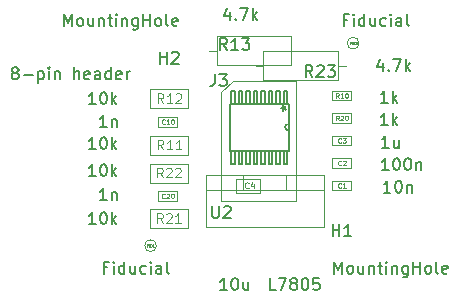
<source format=gbr>
G04 #@! TF.GenerationSoftware,KiCad,Pcbnew,(6.0.0-0)*
G04 #@! TF.CreationDate,2023-01-22T15:48:09+00:00*
G04 #@! TF.ProjectId,VR-Conditioner-MAX9926+reg,56522d43-6f6e-4646-9974-696f6e65722d,3.74*
G04 #@! TF.SameCoordinates,PX6a95280PY6f6d640*
G04 #@! TF.FileFunction,AssemblyDrawing,Top*
%FSLAX46Y46*%
G04 Gerber Fmt 4.6, Leading zero omitted, Abs format (unit mm)*
G04 Created by KiCad (PCBNEW (6.0.0-0)) date 2023-01-22 15:48:09*
%MOMM*%
%LPD*%
G01*
G04 APERTURE LIST*
%ADD10C,0.150000*%
%ADD11C,0.060000*%
%ADD12C,0.080000*%
%ADD13C,0.120000*%
%ADD14C,0.040000*%
%ADD15C,0.100000*%
%ADD16C,0.152400*%
G04 APERTURE END LIST*
D10*
G04 #@! TO.C,C1*
X24376142Y8564620D02*
X23804714Y8564620D01*
X24090428Y8564620D02*
X24090428Y9564620D01*
X23995190Y9421762D01*
X23899952Y9326524D01*
X23804714Y9278905D01*
X24995190Y9564620D02*
X25090428Y9564620D01*
X25185666Y9517000D01*
X25233285Y9469381D01*
X25280904Y9374143D01*
X25328523Y9183667D01*
X25328523Y8945572D01*
X25280904Y8755096D01*
X25233285Y8659858D01*
X25185666Y8612239D01*
X25090428Y8564620D01*
X24995190Y8564620D01*
X24899952Y8612239D01*
X24852333Y8659858D01*
X24804714Y8755096D01*
X24757095Y8945572D01*
X24757095Y9183667D01*
X24804714Y9374143D01*
X24852333Y9469381D01*
X24899952Y9517000D01*
X24995190Y9564620D01*
X25757095Y9231286D02*
X25757095Y8564620D01*
X25757095Y9136048D02*
X25804714Y9183667D01*
X25899952Y9231286D01*
X26042809Y9231286D01*
X26138047Y9183667D01*
X26185666Y9088429D01*
X26185666Y8564620D01*
D11*
X20189833Y9001143D02*
X20170785Y8982096D01*
X20113642Y8963048D01*
X20075547Y8963048D01*
X20018404Y8982096D01*
X19980309Y9020191D01*
X19961261Y9058286D01*
X19942214Y9134477D01*
X19942214Y9191620D01*
X19961261Y9267810D01*
X19980309Y9305905D01*
X20018404Y9344000D01*
X20075547Y9363048D01*
X20113642Y9363048D01*
X20170785Y9344000D01*
X20189833Y9324953D01*
X20570785Y8963048D02*
X20342214Y8963048D01*
X20456500Y8963048D02*
X20456500Y9363048D01*
X20418404Y9305905D01*
X20380309Y9267810D01*
X20342214Y9248762D01*
D10*
G04 #@! TO.C,C2*
X24217452Y10469620D02*
X23646023Y10469620D01*
X23931738Y10469620D02*
X23931738Y11469620D01*
X23836500Y11326762D01*
X23741261Y11231524D01*
X23646023Y11183905D01*
X24836500Y11469620D02*
X24931738Y11469620D01*
X25026976Y11422000D01*
X25074595Y11374381D01*
X25122214Y11279143D01*
X25169833Y11088667D01*
X25169833Y10850572D01*
X25122214Y10660096D01*
X25074595Y10564858D01*
X25026976Y10517239D01*
X24931738Y10469620D01*
X24836500Y10469620D01*
X24741261Y10517239D01*
X24693642Y10564858D01*
X24646023Y10660096D01*
X24598404Y10850572D01*
X24598404Y11088667D01*
X24646023Y11279143D01*
X24693642Y11374381D01*
X24741261Y11422000D01*
X24836500Y11469620D01*
X25788880Y11469620D02*
X25884119Y11469620D01*
X25979357Y11422000D01*
X26026976Y11374381D01*
X26074595Y11279143D01*
X26122214Y11088667D01*
X26122214Y10850572D01*
X26074595Y10660096D01*
X26026976Y10564858D01*
X25979357Y10517239D01*
X25884119Y10469620D01*
X25788880Y10469620D01*
X25693642Y10517239D01*
X25646023Y10564858D01*
X25598404Y10660096D01*
X25550785Y10850572D01*
X25550785Y11088667D01*
X25598404Y11279143D01*
X25646023Y11374381D01*
X25693642Y11422000D01*
X25788880Y11469620D01*
X26550785Y11136286D02*
X26550785Y10469620D01*
X26550785Y11041048D02*
X26598404Y11088667D01*
X26693642Y11136286D01*
X26836500Y11136286D01*
X26931738Y11088667D01*
X26979357Y10993429D01*
X26979357Y10469620D01*
D11*
X20189833Y10906143D02*
X20170785Y10887096D01*
X20113642Y10868048D01*
X20075547Y10868048D01*
X20018404Y10887096D01*
X19980309Y10925191D01*
X19961261Y10963286D01*
X19942214Y11039477D01*
X19942214Y11096620D01*
X19961261Y11172810D01*
X19980309Y11210905D01*
X20018404Y11249000D01*
X20075547Y11268048D01*
X20113642Y11268048D01*
X20170785Y11249000D01*
X20189833Y11229953D01*
X20342214Y11229953D02*
X20361261Y11249000D01*
X20399357Y11268048D01*
X20494595Y11268048D01*
X20532690Y11249000D01*
X20551738Y11229953D01*
X20570785Y11191858D01*
X20570785Y11153762D01*
X20551738Y11096620D01*
X20323166Y10868048D01*
X20570785Y10868048D01*
D10*
G04 #@! TO.C,C3*
X24217333Y12374620D02*
X23645904Y12374620D01*
X23931619Y12374620D02*
X23931619Y13374620D01*
X23836380Y13231762D01*
X23741142Y13136524D01*
X23645904Y13088905D01*
X25074476Y13041286D02*
X25074476Y12374620D01*
X24645904Y13041286D02*
X24645904Y12517477D01*
X24693523Y12422239D01*
X24788761Y12374620D01*
X24931619Y12374620D01*
X25026857Y12422239D01*
X25074476Y12469858D01*
D11*
X20189833Y12811143D02*
X20170785Y12792096D01*
X20113642Y12773048D01*
X20075547Y12773048D01*
X20018404Y12792096D01*
X19980309Y12830191D01*
X19961261Y12868286D01*
X19942214Y12944477D01*
X19942214Y13001620D01*
X19961261Y13077810D01*
X19980309Y13115905D01*
X20018404Y13154000D01*
X20075547Y13173048D01*
X20113642Y13173048D01*
X20170785Y13154000D01*
X20189833Y13134953D01*
X20323166Y13173048D02*
X20570785Y13173048D01*
X20437452Y13020667D01*
X20494595Y13020667D01*
X20532690Y13001620D01*
X20551738Y12982572D01*
X20570785Y12944477D01*
X20570785Y12849239D01*
X20551738Y12811143D01*
X20532690Y12792096D01*
X20494595Y12773048D01*
X20380309Y12773048D01*
X20342214Y12792096D01*
X20323166Y12811143D01*
D10*
G04 #@! TO.C,C4*
X10533142Y309620D02*
X9961714Y309620D01*
X10247428Y309620D02*
X10247428Y1309620D01*
X10152190Y1166762D01*
X10056952Y1071524D01*
X9961714Y1023905D01*
X11152190Y1309620D02*
X11247428Y1309620D01*
X11342666Y1262000D01*
X11390285Y1214381D01*
X11437904Y1119143D01*
X11485523Y928667D01*
X11485523Y690572D01*
X11437904Y500096D01*
X11390285Y404858D01*
X11342666Y357239D01*
X11247428Y309620D01*
X11152190Y309620D01*
X11056952Y357239D01*
X11009333Y404858D01*
X10961714Y500096D01*
X10914095Y690572D01*
X10914095Y928667D01*
X10961714Y1119143D01*
X11009333Y1214381D01*
X11056952Y1262000D01*
X11152190Y1309620D01*
X12342666Y976286D02*
X12342666Y309620D01*
X11914095Y976286D02*
X11914095Y452477D01*
X11961714Y357239D01*
X12056952Y309620D01*
X12199809Y309620D01*
X12295047Y357239D01*
X12342666Y404858D01*
D12*
X12362666Y8965429D02*
X12338857Y8941620D01*
X12267428Y8917810D01*
X12219809Y8917810D01*
X12148380Y8941620D01*
X12100761Y8989239D01*
X12076952Y9036858D01*
X12053142Y9132096D01*
X12053142Y9203524D01*
X12076952Y9298762D01*
X12100761Y9346381D01*
X12148380Y9394000D01*
X12219809Y9417810D01*
X12267428Y9417810D01*
X12338857Y9394000D01*
X12362666Y9370191D01*
X12791238Y9251143D02*
X12791238Y8917810D01*
X12672190Y9441620D02*
X12553142Y9084477D01*
X12862666Y9084477D01*
D10*
G04 #@! TO.C,C10*
X341333Y14089120D02*
X-230096Y14089120D01*
X55619Y14089120D02*
X55619Y15089120D01*
X-39620Y14946262D01*
X-134858Y14851024D01*
X-230096Y14803405D01*
X769904Y14755786D02*
X769904Y14089120D01*
X769904Y14660548D02*
X817523Y14708167D01*
X912761Y14755786D01*
X1055619Y14755786D01*
X1150857Y14708167D01*
X1198476Y14612929D01*
X1198476Y14089120D01*
D11*
X5267357Y14398643D02*
X5248309Y14379596D01*
X5191166Y14360548D01*
X5153071Y14360548D01*
X5095928Y14379596D01*
X5057833Y14417691D01*
X5038785Y14455786D01*
X5019738Y14531977D01*
X5019738Y14589120D01*
X5038785Y14665310D01*
X5057833Y14703405D01*
X5095928Y14741500D01*
X5153071Y14760548D01*
X5191166Y14760548D01*
X5248309Y14741500D01*
X5267357Y14722453D01*
X5648309Y14360548D02*
X5419738Y14360548D01*
X5534023Y14360548D02*
X5534023Y14760548D01*
X5495928Y14703405D01*
X5457833Y14665310D01*
X5419738Y14646262D01*
X5895928Y14760548D02*
X5934023Y14760548D01*
X5972119Y14741500D01*
X5991166Y14722453D01*
X6010214Y14684358D01*
X6029261Y14608167D01*
X6029261Y14512929D01*
X6010214Y14436739D01*
X5991166Y14398643D01*
X5972119Y14379596D01*
X5934023Y14360548D01*
X5895928Y14360548D01*
X5857833Y14379596D01*
X5838785Y14398643D01*
X5819738Y14436739D01*
X5800690Y14512929D01*
X5800690Y14608167D01*
X5819738Y14684358D01*
X5838785Y14722453D01*
X5857833Y14741500D01*
X5895928Y14760548D01*
D10*
G04 #@! TO.C,C20*
X341333Y7929620D02*
X-230096Y7929620D01*
X55619Y7929620D02*
X55619Y8929620D01*
X-39620Y8786762D01*
X-134858Y8691524D01*
X-230096Y8643905D01*
X769904Y8596286D02*
X769904Y7929620D01*
X769904Y8501048D02*
X817523Y8548667D01*
X912761Y8596286D01*
X1055619Y8596286D01*
X1150857Y8548667D01*
X1198476Y8453429D01*
X1198476Y7929620D01*
D11*
X5267357Y8112143D02*
X5248309Y8093096D01*
X5191166Y8074048D01*
X5153071Y8074048D01*
X5095928Y8093096D01*
X5057833Y8131191D01*
X5038785Y8169286D01*
X5019738Y8245477D01*
X5019738Y8302620D01*
X5038785Y8378810D01*
X5057833Y8416905D01*
X5095928Y8455000D01*
X5153071Y8474048D01*
X5191166Y8474048D01*
X5248309Y8455000D01*
X5267357Y8435953D01*
X5419738Y8435953D02*
X5438785Y8455000D01*
X5476880Y8474048D01*
X5572119Y8474048D01*
X5610214Y8455000D01*
X5629261Y8435953D01*
X5648309Y8397858D01*
X5648309Y8359762D01*
X5629261Y8302620D01*
X5400690Y8074048D01*
X5648309Y8074048D01*
X5895928Y8474048D02*
X5934023Y8474048D01*
X5972119Y8455000D01*
X5991166Y8435953D01*
X6010214Y8397858D01*
X6029261Y8321667D01*
X6029261Y8226429D01*
X6010214Y8150239D01*
X5991166Y8112143D01*
X5972119Y8093096D01*
X5934023Y8074048D01*
X5895928Y8074048D01*
X5857833Y8093096D01*
X5838785Y8112143D01*
X5819738Y8150239D01*
X5800690Y8226429D01*
X5800690Y8321667D01*
X5819738Y8397858D01*
X5838785Y8435953D01*
X5857833Y8455000D01*
X5895928Y8474048D01*
D10*
G04 #@! TO.C,R22*
X-595239Y9961620D02*
X-1166667Y9961620D01*
X-880953Y9961620D02*
X-880953Y10961620D01*
X-976191Y10818762D01*
X-1071429Y10723524D01*
X-1166667Y10675905D01*
X23809Y10961620D02*
X119047Y10961620D01*
X214285Y10914000D01*
X261904Y10866381D01*
X309523Y10771143D01*
X357142Y10580667D01*
X357142Y10342572D01*
X309523Y10152096D01*
X261904Y10056858D01*
X214285Y10009239D01*
X119047Y9961620D01*
X23809Y9961620D01*
X-71429Y10009239D01*
X-119048Y10056858D01*
X-166667Y10152096D01*
X-214286Y10342572D01*
X-214286Y10580667D01*
X-166667Y10771143D01*
X-119048Y10866381D01*
X-71429Y10914000D01*
X23809Y10961620D01*
X785714Y9961620D02*
X785714Y10961620D01*
X880952Y10342572D02*
X1166666Y9961620D01*
X1166666Y10628286D02*
X785714Y10247334D01*
D13*
X5105714Y9838096D02*
X4839047Y10219048D01*
X4648571Y9838096D02*
X4648571Y10638096D01*
X4953333Y10638096D01*
X5029523Y10600000D01*
X5067619Y10561905D01*
X5105714Y10485715D01*
X5105714Y10371429D01*
X5067619Y10295239D01*
X5029523Y10257143D01*
X4953333Y10219048D01*
X4648571Y10219048D01*
X5410476Y10561905D02*
X5448571Y10600000D01*
X5524761Y10638096D01*
X5715238Y10638096D01*
X5791428Y10600000D01*
X5829523Y10561905D01*
X5867619Y10485715D01*
X5867619Y10409524D01*
X5829523Y10295239D01*
X5372380Y9838096D01*
X5867619Y9838096D01*
X6172380Y10561905D02*
X6210476Y10600000D01*
X6286666Y10638096D01*
X6477142Y10638096D01*
X6553333Y10600000D01*
X6591428Y10561905D01*
X6629523Y10485715D01*
X6629523Y10409524D01*
X6591428Y10295239D01*
X6134285Y9838096D01*
X6629523Y9838096D01*
D10*
G04 #@! TO.C,R21*
X-595239Y5897620D02*
X-1166667Y5897620D01*
X-880953Y5897620D02*
X-880953Y6897620D01*
X-976191Y6754762D01*
X-1071429Y6659524D01*
X-1166667Y6611905D01*
X23809Y6897620D02*
X119047Y6897620D01*
X214285Y6850000D01*
X261904Y6802381D01*
X309523Y6707143D01*
X357142Y6516667D01*
X357142Y6278572D01*
X309523Y6088096D01*
X261904Y5992858D01*
X214285Y5945239D01*
X119047Y5897620D01*
X23809Y5897620D01*
X-71429Y5945239D01*
X-119048Y5992858D01*
X-166667Y6088096D01*
X-214286Y6278572D01*
X-214286Y6516667D01*
X-166667Y6707143D01*
X-119048Y6802381D01*
X-71429Y6850000D01*
X23809Y6897620D01*
X785714Y5897620D02*
X785714Y6897620D01*
X880952Y6278572D02*
X1166666Y5897620D01*
X1166666Y6564286D02*
X785714Y6183334D01*
D13*
X5105214Y5988096D02*
X4838547Y6369048D01*
X4648071Y5988096D02*
X4648071Y6788096D01*
X4952833Y6788096D01*
X5029023Y6750000D01*
X5067119Y6711905D01*
X5105214Y6635715D01*
X5105214Y6521429D01*
X5067119Y6445239D01*
X5029023Y6407143D01*
X4952833Y6369048D01*
X4648071Y6369048D01*
X5409976Y6711905D02*
X5448071Y6750000D01*
X5524261Y6788096D01*
X5714738Y6788096D01*
X5790928Y6750000D01*
X5829023Y6711905D01*
X5867119Y6635715D01*
X5867119Y6559524D01*
X5829023Y6445239D01*
X5371880Y5988096D01*
X5867119Y5988096D01*
X6629023Y5988096D02*
X6171880Y5988096D01*
X6400452Y5988096D02*
X6400452Y6788096D01*
X6324261Y6673810D01*
X6248071Y6597620D01*
X6171880Y6559524D01*
D10*
G04 #@! TO.C,R11*
X-595239Y12247620D02*
X-1166667Y12247620D01*
X-880953Y12247620D02*
X-880953Y13247620D01*
X-976191Y13104762D01*
X-1071429Y13009524D01*
X-1166667Y12961905D01*
X23809Y13247620D02*
X119047Y13247620D01*
X214285Y13200000D01*
X261904Y13152381D01*
X309523Y13057143D01*
X357142Y12866667D01*
X357142Y12628572D01*
X309523Y12438096D01*
X261904Y12342858D01*
X214285Y12295239D01*
X119047Y12247620D01*
X23809Y12247620D01*
X-71429Y12295239D01*
X-119048Y12342858D01*
X-166667Y12438096D01*
X-214286Y12628572D01*
X-214286Y12866667D01*
X-166667Y13057143D01*
X-119048Y13152381D01*
X-71429Y13200000D01*
X23809Y13247620D01*
X785714Y12247620D02*
X785714Y13247620D01*
X880952Y12628572D02*
X1166666Y12247620D01*
X1166666Y12914286D02*
X785714Y12533334D01*
D13*
X5137214Y12211096D02*
X4870547Y12592048D01*
X4680071Y12211096D02*
X4680071Y13011096D01*
X4984833Y13011096D01*
X5061023Y12973000D01*
X5099119Y12934905D01*
X5137214Y12858715D01*
X5137214Y12744429D01*
X5099119Y12668239D01*
X5061023Y12630143D01*
X4984833Y12592048D01*
X4680071Y12592048D01*
X5899119Y12211096D02*
X5441976Y12211096D01*
X5670547Y12211096D02*
X5670547Y13011096D01*
X5594357Y12896810D01*
X5518166Y12820620D01*
X5441976Y12782524D01*
X6661023Y12211096D02*
X6203880Y12211096D01*
X6432452Y12211096D02*
X6432452Y13011096D01*
X6356261Y12896810D01*
X6280071Y12820620D01*
X6203880Y12782524D01*
D10*
G04 #@! TO.C,FID1*
X413047Y2230429D02*
X79714Y2230429D01*
X79714Y1706620D02*
X79714Y2706620D01*
X555904Y2706620D01*
X936857Y1706620D02*
X936857Y2373286D01*
X936857Y2706620D02*
X889238Y2659000D01*
X936857Y2611381D01*
X984476Y2659000D01*
X936857Y2706620D01*
X936857Y2611381D01*
X1841619Y1706620D02*
X1841619Y2706620D01*
X1841619Y1754239D02*
X1746380Y1706620D01*
X1555904Y1706620D01*
X1460666Y1754239D01*
X1413047Y1801858D01*
X1365428Y1897096D01*
X1365428Y2182810D01*
X1413047Y2278048D01*
X1460666Y2325667D01*
X1555904Y2373286D01*
X1746380Y2373286D01*
X1841619Y2325667D01*
X2746380Y2373286D02*
X2746380Y1706620D01*
X2317809Y2373286D02*
X2317809Y1849477D01*
X2365428Y1754239D01*
X2460666Y1706620D01*
X2603523Y1706620D01*
X2698761Y1754239D01*
X2746380Y1801858D01*
X3651142Y1754239D02*
X3555904Y1706620D01*
X3365428Y1706620D01*
X3270190Y1754239D01*
X3222571Y1801858D01*
X3174952Y1897096D01*
X3174952Y2182810D01*
X3222571Y2278048D01*
X3270190Y2325667D01*
X3365428Y2373286D01*
X3555904Y2373286D01*
X3651142Y2325667D01*
X4079714Y1706620D02*
X4079714Y2373286D01*
X4079714Y2706620D02*
X4032095Y2659000D01*
X4079714Y2611381D01*
X4127333Y2659000D01*
X4079714Y2706620D01*
X4079714Y2611381D01*
X4984476Y1706620D02*
X4984476Y2230429D01*
X4936857Y2325667D01*
X4841619Y2373286D01*
X4651142Y2373286D01*
X4555904Y2325667D01*
X4984476Y1754239D02*
X4889238Y1706620D01*
X4651142Y1706620D01*
X4555904Y1754239D01*
X4508285Y1849477D01*
X4508285Y1944715D01*
X4555904Y2039953D01*
X4651142Y2087572D01*
X4889238Y2087572D01*
X4984476Y2135191D01*
X5603523Y1706620D02*
X5508285Y1754239D01*
X5460666Y1849477D01*
X5460666Y2706620D01*
D14*
X3849714Y4078286D02*
X3783047Y4078286D01*
X3783047Y3973524D02*
X3783047Y4173524D01*
X3878285Y4173524D01*
X3954476Y3973524D02*
X3954476Y4173524D01*
X4049714Y3973524D02*
X4049714Y4173524D01*
X4097333Y4173524D01*
X4125904Y4164000D01*
X4144952Y4144953D01*
X4154476Y4125905D01*
X4164000Y4087810D01*
X4164000Y4059239D01*
X4154476Y4021143D01*
X4144952Y4002096D01*
X4125904Y3983048D01*
X4097333Y3973524D01*
X4049714Y3973524D01*
X4354476Y3973524D02*
X4240190Y3973524D01*
X4297333Y3973524D02*
X4297333Y4173524D01*
X4278285Y4144953D01*
X4259238Y4125905D01*
X4240190Y4116381D01*
D10*
G04 #@! TO.C,FID2*
X20733047Y23185429D02*
X20399714Y23185429D01*
X20399714Y22661620D02*
X20399714Y23661620D01*
X20875904Y23661620D01*
X21256857Y22661620D02*
X21256857Y23328286D01*
X21256857Y23661620D02*
X21209238Y23614000D01*
X21256857Y23566381D01*
X21304476Y23614000D01*
X21256857Y23661620D01*
X21256857Y23566381D01*
X22161619Y22661620D02*
X22161619Y23661620D01*
X22161619Y22709239D02*
X22066380Y22661620D01*
X21875904Y22661620D01*
X21780666Y22709239D01*
X21733047Y22756858D01*
X21685428Y22852096D01*
X21685428Y23137810D01*
X21733047Y23233048D01*
X21780666Y23280667D01*
X21875904Y23328286D01*
X22066380Y23328286D01*
X22161619Y23280667D01*
X23066380Y23328286D02*
X23066380Y22661620D01*
X22637809Y23328286D02*
X22637809Y22804477D01*
X22685428Y22709239D01*
X22780666Y22661620D01*
X22923523Y22661620D01*
X23018761Y22709239D01*
X23066380Y22756858D01*
X23971142Y22709239D02*
X23875904Y22661620D01*
X23685428Y22661620D01*
X23590190Y22709239D01*
X23542571Y22756858D01*
X23494952Y22852096D01*
X23494952Y23137810D01*
X23542571Y23233048D01*
X23590190Y23280667D01*
X23685428Y23328286D01*
X23875904Y23328286D01*
X23971142Y23280667D01*
X24399714Y22661620D02*
X24399714Y23328286D01*
X24399714Y23661620D02*
X24352095Y23614000D01*
X24399714Y23566381D01*
X24447333Y23614000D01*
X24399714Y23661620D01*
X24399714Y23566381D01*
X25304476Y22661620D02*
X25304476Y23185429D01*
X25256857Y23280667D01*
X25161619Y23328286D01*
X24971142Y23328286D01*
X24875904Y23280667D01*
X25304476Y22709239D02*
X25209238Y22661620D01*
X24971142Y22661620D01*
X24875904Y22709239D01*
X24828285Y22804477D01*
X24828285Y22899715D01*
X24875904Y22994953D01*
X24971142Y23042572D01*
X25209238Y23042572D01*
X25304476Y23090191D01*
X25923523Y22661620D02*
X25828285Y22709239D01*
X25780666Y22804477D01*
X25780666Y23661620D01*
D14*
X20994714Y21223286D02*
X20928047Y21223286D01*
X20928047Y21118524D02*
X20928047Y21318524D01*
X21023285Y21318524D01*
X21099476Y21118524D02*
X21099476Y21318524D01*
X21194714Y21118524D02*
X21194714Y21318524D01*
X21242333Y21318524D01*
X21270904Y21309000D01*
X21289952Y21289953D01*
X21299476Y21270905D01*
X21309000Y21232810D01*
X21309000Y21204239D01*
X21299476Y21166143D01*
X21289952Y21147096D01*
X21270904Y21128048D01*
X21242333Y21118524D01*
X21194714Y21118524D01*
X21385190Y21299477D02*
X21394714Y21309000D01*
X21413761Y21318524D01*
X21461380Y21318524D01*
X21480428Y21309000D01*
X21489952Y21299477D01*
X21499476Y21280429D01*
X21499476Y21261381D01*
X21489952Y21232810D01*
X21375666Y21118524D01*
X21499476Y21118524D01*
D10*
G04 #@! TO.C,J3*
X-7492405Y18724548D02*
X-7587643Y18772167D01*
X-7635262Y18819786D01*
X-7682881Y18915024D01*
X-7682881Y18962643D01*
X-7635262Y19057881D01*
X-7587643Y19105500D01*
X-7492405Y19153120D01*
X-7301929Y19153120D01*
X-7206691Y19105500D01*
X-7159072Y19057881D01*
X-7111453Y18962643D01*
X-7111453Y18915024D01*
X-7159072Y18819786D01*
X-7206691Y18772167D01*
X-7301929Y18724548D01*
X-7492405Y18724548D01*
X-7587643Y18676929D01*
X-7635262Y18629310D01*
X-7682881Y18534072D01*
X-7682881Y18343596D01*
X-7635262Y18248358D01*
X-7587643Y18200739D01*
X-7492405Y18153120D01*
X-7301929Y18153120D01*
X-7206691Y18200739D01*
X-7159072Y18248358D01*
X-7111453Y18343596D01*
X-7111453Y18534072D01*
X-7159072Y18629310D01*
X-7206691Y18676929D01*
X-7301929Y18724548D01*
X-6682881Y18534072D02*
X-5920977Y18534072D01*
X-5444786Y18819786D02*
X-5444786Y17819786D01*
X-5444786Y18772167D02*
X-5349548Y18819786D01*
X-5159072Y18819786D01*
X-5063834Y18772167D01*
X-5016215Y18724548D01*
X-4968596Y18629310D01*
X-4968596Y18343596D01*
X-5016215Y18248358D01*
X-5063834Y18200739D01*
X-5159072Y18153120D01*
X-5349548Y18153120D01*
X-5444786Y18200739D01*
X-4540024Y18153120D02*
X-4540024Y18819786D01*
X-4540024Y19153120D02*
X-4587643Y19105500D01*
X-4540024Y19057881D01*
X-4492405Y19105500D01*
X-4540024Y19153120D01*
X-4540024Y19057881D01*
X-4063834Y18819786D02*
X-4063834Y18153120D01*
X-4063834Y18724548D02*
X-4016215Y18772167D01*
X-3920977Y18819786D01*
X-3778120Y18819786D01*
X-3682881Y18772167D01*
X-3635262Y18676929D01*
X-3635262Y18153120D01*
X-2397167Y18153120D02*
X-2397167Y19153120D01*
X-1968596Y18153120D02*
X-1968596Y18676929D01*
X-2016215Y18772167D01*
X-2111453Y18819786D01*
X-2254310Y18819786D01*
X-2349548Y18772167D01*
X-2397167Y18724548D01*
X-1111453Y18200739D02*
X-1206691Y18153120D01*
X-1397167Y18153120D01*
X-1492405Y18200739D01*
X-1540024Y18295977D01*
X-1540024Y18676929D01*
X-1492405Y18772167D01*
X-1397167Y18819786D01*
X-1206691Y18819786D01*
X-1111453Y18772167D01*
X-1063834Y18676929D01*
X-1063834Y18581691D01*
X-1540024Y18486453D01*
X-206691Y18153120D02*
X-206691Y18676929D01*
X-254310Y18772167D01*
X-349548Y18819786D01*
X-540024Y18819786D01*
X-635262Y18772167D01*
X-206691Y18200739D02*
X-301929Y18153120D01*
X-540024Y18153120D01*
X-635262Y18200739D01*
X-682881Y18295977D01*
X-682881Y18391215D01*
X-635262Y18486453D01*
X-540024Y18534072D01*
X-301929Y18534072D01*
X-206691Y18581691D01*
X698071Y18153120D02*
X698071Y19153120D01*
X698071Y18200739D02*
X602833Y18153120D01*
X412357Y18153120D01*
X317119Y18200739D01*
X269500Y18248358D01*
X221880Y18343596D01*
X221880Y18629310D01*
X269500Y18724548D01*
X317119Y18772167D01*
X412357Y18819786D01*
X602833Y18819786D01*
X698071Y18772167D01*
X1555214Y18200739D02*
X1459976Y18153120D01*
X1269500Y18153120D01*
X1174261Y18200739D01*
X1126642Y18295977D01*
X1126642Y18676929D01*
X1174261Y18772167D01*
X1269500Y18819786D01*
X1459976Y18819786D01*
X1555214Y18772167D01*
X1602833Y18676929D01*
X1602833Y18581691D01*
X1126642Y18486453D01*
X2031404Y18153120D02*
X2031404Y18819786D01*
X2031404Y18629310D02*
X2079023Y18724548D01*
X2126642Y18772167D01*
X2221880Y18819786D01*
X2317119Y18819786D01*
X9509166Y18581620D02*
X9509166Y17867334D01*
X9461547Y17724477D01*
X9366309Y17629239D01*
X9223452Y17581620D01*
X9128214Y17581620D01*
X9890119Y18581620D02*
X10509166Y18581620D01*
X10175833Y18200667D01*
X10318690Y18200667D01*
X10413928Y18153048D01*
X10461547Y18105429D01*
X10509166Y18010191D01*
X10509166Y17772096D01*
X10461547Y17676858D01*
X10413928Y17629239D01*
X10318690Y17581620D01*
X10032976Y17581620D01*
X9937738Y17629239D01*
X9890119Y17676858D01*
G04 #@! TO.C,R10*
X24137952Y16184620D02*
X23566523Y16184620D01*
X23852238Y16184620D02*
X23852238Y17184620D01*
X23757000Y17041762D01*
X23661761Y16946524D01*
X23566523Y16898905D01*
X24566523Y16184620D02*
X24566523Y17184620D01*
X24661761Y16565572D02*
X24947476Y16184620D01*
X24947476Y16851286D02*
X24566523Y16470334D01*
D11*
X19999357Y16583048D02*
X19866023Y16773524D01*
X19770785Y16583048D02*
X19770785Y16983048D01*
X19923166Y16983048D01*
X19961261Y16964000D01*
X19980309Y16944953D01*
X19999357Y16906858D01*
X19999357Y16849715D01*
X19980309Y16811620D01*
X19961261Y16792572D01*
X19923166Y16773524D01*
X19770785Y16773524D01*
X20380309Y16583048D02*
X20151738Y16583048D01*
X20266023Y16583048D02*
X20266023Y16983048D01*
X20227928Y16925905D01*
X20189833Y16887810D01*
X20151738Y16868762D01*
X20627928Y16983048D02*
X20666023Y16983048D01*
X20704119Y16964000D01*
X20723166Y16944953D01*
X20742214Y16906858D01*
X20761261Y16830667D01*
X20761261Y16735429D01*
X20742214Y16659239D01*
X20723166Y16621143D01*
X20704119Y16602096D01*
X20666023Y16583048D01*
X20627928Y16583048D01*
X20589833Y16602096D01*
X20570785Y16621143D01*
X20551738Y16659239D01*
X20532690Y16735429D01*
X20532690Y16830667D01*
X20551738Y16906858D01*
X20570785Y16944953D01*
X20589833Y16964000D01*
X20627928Y16983048D01*
D10*
G04 #@! TO.C,R20*
X24137952Y14279620D02*
X23566523Y14279620D01*
X23852238Y14279620D02*
X23852238Y15279620D01*
X23757000Y15136762D01*
X23661761Y15041524D01*
X23566523Y14993905D01*
X24566523Y14279620D02*
X24566523Y15279620D01*
X24661761Y14660572D02*
X24947476Y14279620D01*
X24947476Y14946286D02*
X24566523Y14565334D01*
D11*
X19999357Y14678048D02*
X19866023Y14868524D01*
X19770785Y14678048D02*
X19770785Y15078048D01*
X19923166Y15078048D01*
X19961261Y15059000D01*
X19980309Y15039953D01*
X19999357Y15001858D01*
X19999357Y14944715D01*
X19980309Y14906620D01*
X19961261Y14887572D01*
X19923166Y14868524D01*
X19770785Y14868524D01*
X20151738Y15039953D02*
X20170785Y15059000D01*
X20208880Y15078048D01*
X20304119Y15078048D01*
X20342214Y15059000D01*
X20361261Y15039953D01*
X20380309Y15001858D01*
X20380309Y14963762D01*
X20361261Y14906620D01*
X20132690Y14678048D01*
X20380309Y14678048D01*
X20627928Y15078048D02*
X20666023Y15078048D01*
X20704119Y15059000D01*
X20723166Y15039953D01*
X20742214Y15001858D01*
X20761261Y14925667D01*
X20761261Y14830429D01*
X20742214Y14754239D01*
X20723166Y14716143D01*
X20704119Y14697096D01*
X20666023Y14678048D01*
X20627928Y14678048D01*
X20589833Y14697096D01*
X20570785Y14716143D01*
X20551738Y14754239D01*
X20532690Y14830429D01*
X20532690Y14925667D01*
X20551738Y15001858D01*
X20570785Y15039953D01*
X20589833Y15059000D01*
X20627928Y15078048D01*
D10*
G04 #@! TO.C,U1*
X15136880Y15709900D02*
X15374976Y15709900D01*
X15279738Y15471805D02*
X15374976Y15709900D01*
X15279738Y15947996D01*
X15565452Y15567043D02*
X15374976Y15709900D01*
X15565452Y15852758D01*
X15136880Y15709900D02*
X15374976Y15709900D01*
X15279738Y15471805D02*
X15374976Y15709900D01*
X15279738Y15947996D01*
X15565452Y15567043D02*
X15374976Y15709900D01*
X15565452Y15852758D01*
G04 #@! TO.C,R13*
X10755428Y23836286D02*
X10755428Y23169620D01*
X10517333Y24217239D02*
X10279238Y23502953D01*
X10898285Y23502953D01*
X11279238Y23264858D02*
X11326857Y23217239D01*
X11279238Y23169620D01*
X11231619Y23217239D01*
X11279238Y23264858D01*
X11279238Y23169620D01*
X11660190Y24169620D02*
X12326857Y24169620D01*
X11898285Y23169620D01*
X12707809Y23169620D02*
X12707809Y24169620D01*
X12803047Y23550572D02*
X13088761Y23169620D01*
X13088761Y23836286D02*
X12707809Y23455334D01*
X10533142Y20629620D02*
X10199809Y21105810D01*
X9961714Y20629620D02*
X9961714Y21629620D01*
X10342666Y21629620D01*
X10437904Y21582000D01*
X10485523Y21534381D01*
X10533142Y21439143D01*
X10533142Y21296286D01*
X10485523Y21201048D01*
X10437904Y21153429D01*
X10342666Y21105810D01*
X9961714Y21105810D01*
X11485523Y20629620D02*
X10914095Y20629620D01*
X11199809Y20629620D02*
X11199809Y21629620D01*
X11104571Y21486762D01*
X11009333Y21391524D01*
X10914095Y21343905D01*
X11818857Y21629620D02*
X12437904Y21629620D01*
X12104571Y21248667D01*
X12247428Y21248667D01*
X12342666Y21201048D01*
X12390285Y21153429D01*
X12437904Y21058191D01*
X12437904Y20820096D01*
X12390285Y20724858D01*
X12342666Y20677239D01*
X12247428Y20629620D01*
X11961714Y20629620D01*
X11866476Y20677239D01*
X11818857Y20724858D01*
G04 #@! TO.C,R23*
X23709428Y19518286D02*
X23709428Y18851620D01*
X23471333Y19899239D02*
X23233238Y19184953D01*
X23852285Y19184953D01*
X24233238Y18946858D02*
X24280857Y18899239D01*
X24233238Y18851620D01*
X24185619Y18899239D01*
X24233238Y18946858D01*
X24233238Y18851620D01*
X24614190Y19851620D02*
X25280857Y19851620D01*
X24852285Y18851620D01*
X25661809Y18851620D02*
X25661809Y19851620D01*
X25757047Y19232572D02*
X26042761Y18851620D01*
X26042761Y19518286D02*
X25661809Y19137334D01*
X17772142Y18343620D02*
X17438809Y18819810D01*
X17200714Y18343620D02*
X17200714Y19343620D01*
X17581666Y19343620D01*
X17676904Y19296000D01*
X17724523Y19248381D01*
X17772142Y19153143D01*
X17772142Y19010286D01*
X17724523Y18915048D01*
X17676904Y18867429D01*
X17581666Y18819810D01*
X17200714Y18819810D01*
X18153095Y19248381D02*
X18200714Y19296000D01*
X18295952Y19343620D01*
X18534047Y19343620D01*
X18629285Y19296000D01*
X18676904Y19248381D01*
X18724523Y19153143D01*
X18724523Y19057905D01*
X18676904Y18915048D01*
X18105476Y18343620D01*
X18724523Y18343620D01*
X19057857Y19343620D02*
X19676904Y19343620D01*
X19343571Y18962667D01*
X19486428Y18962667D01*
X19581666Y18915048D01*
X19629285Y18867429D01*
X19676904Y18772191D01*
X19676904Y18534096D01*
X19629285Y18438858D01*
X19581666Y18391239D01*
X19486428Y18343620D01*
X19200714Y18343620D01*
X19105476Y18391239D01*
X19057857Y18438858D01*
G04 #@! TO.C,H1*
X19598285Y1706620D02*
X19598285Y2706620D01*
X19931619Y1992334D01*
X20264952Y2706620D01*
X20264952Y1706620D01*
X20884000Y1706620D02*
X20788761Y1754239D01*
X20741142Y1801858D01*
X20693523Y1897096D01*
X20693523Y2182810D01*
X20741142Y2278048D01*
X20788761Y2325667D01*
X20884000Y2373286D01*
X21026857Y2373286D01*
X21122095Y2325667D01*
X21169714Y2278048D01*
X21217333Y2182810D01*
X21217333Y1897096D01*
X21169714Y1801858D01*
X21122095Y1754239D01*
X21026857Y1706620D01*
X20884000Y1706620D01*
X22074476Y2373286D02*
X22074476Y1706620D01*
X21645904Y2373286D02*
X21645904Y1849477D01*
X21693523Y1754239D01*
X21788761Y1706620D01*
X21931619Y1706620D01*
X22026857Y1754239D01*
X22074476Y1801858D01*
X22550666Y2373286D02*
X22550666Y1706620D01*
X22550666Y2278048D02*
X22598285Y2325667D01*
X22693523Y2373286D01*
X22836380Y2373286D01*
X22931619Y2325667D01*
X22979238Y2230429D01*
X22979238Y1706620D01*
X23312571Y2373286D02*
X23693523Y2373286D01*
X23455428Y2706620D02*
X23455428Y1849477D01*
X23503047Y1754239D01*
X23598285Y1706620D01*
X23693523Y1706620D01*
X24026857Y1706620D02*
X24026857Y2373286D01*
X24026857Y2706620D02*
X23979238Y2659000D01*
X24026857Y2611381D01*
X24074476Y2659000D01*
X24026857Y2706620D01*
X24026857Y2611381D01*
X24503047Y2373286D02*
X24503047Y1706620D01*
X24503047Y2278048D02*
X24550666Y2325667D01*
X24645904Y2373286D01*
X24788761Y2373286D01*
X24884000Y2325667D01*
X24931619Y2230429D01*
X24931619Y1706620D01*
X25836380Y2373286D02*
X25836380Y1563762D01*
X25788761Y1468524D01*
X25741142Y1420905D01*
X25645904Y1373286D01*
X25503047Y1373286D01*
X25407809Y1420905D01*
X25836380Y1754239D02*
X25741142Y1706620D01*
X25550666Y1706620D01*
X25455428Y1754239D01*
X25407809Y1801858D01*
X25360190Y1897096D01*
X25360190Y2182810D01*
X25407809Y2278048D01*
X25455428Y2325667D01*
X25550666Y2373286D01*
X25741142Y2373286D01*
X25836380Y2325667D01*
X26312571Y1706620D02*
X26312571Y2706620D01*
X26312571Y2230429D02*
X26884000Y2230429D01*
X26884000Y1706620D02*
X26884000Y2706620D01*
X27503047Y1706620D02*
X27407809Y1754239D01*
X27360190Y1801858D01*
X27312571Y1897096D01*
X27312571Y2182810D01*
X27360190Y2278048D01*
X27407809Y2325667D01*
X27503047Y2373286D01*
X27645904Y2373286D01*
X27741142Y2325667D01*
X27788761Y2278048D01*
X27836380Y2182810D01*
X27836380Y1897096D01*
X27788761Y1801858D01*
X27741142Y1754239D01*
X27645904Y1706620D01*
X27503047Y1706620D01*
X28407809Y1706620D02*
X28312571Y1754239D01*
X28264952Y1849477D01*
X28264952Y2706620D01*
X29169714Y1754239D02*
X29074476Y1706620D01*
X28884000Y1706620D01*
X28788761Y1754239D01*
X28741142Y1849477D01*
X28741142Y2230429D01*
X28788761Y2325667D01*
X28884000Y2373286D01*
X29074476Y2373286D01*
X29169714Y2325667D01*
X29217333Y2230429D01*
X29217333Y2135191D01*
X28741142Y2039953D01*
X19477095Y4881620D02*
X19477095Y5881620D01*
X19477095Y5405429D02*
X20048523Y5405429D01*
X20048523Y4881620D02*
X20048523Y5881620D01*
X21048523Y4881620D02*
X20477095Y4881620D01*
X20762809Y4881620D02*
X20762809Y5881620D01*
X20667571Y5738762D01*
X20572333Y5643524D01*
X20477095Y5595905D01*
G04 #@! TO.C,H2*
X-3261715Y22661620D02*
X-3261715Y23661620D01*
X-2928381Y22947334D01*
X-2595048Y23661620D01*
X-2595048Y22661620D01*
X-1976000Y22661620D02*
X-2071239Y22709239D01*
X-2118858Y22756858D01*
X-2166477Y22852096D01*
X-2166477Y23137810D01*
X-2118858Y23233048D01*
X-2071239Y23280667D01*
X-1976000Y23328286D01*
X-1833143Y23328286D01*
X-1737905Y23280667D01*
X-1690286Y23233048D01*
X-1642667Y23137810D01*
X-1642667Y22852096D01*
X-1690286Y22756858D01*
X-1737905Y22709239D01*
X-1833143Y22661620D01*
X-1976000Y22661620D01*
X-785524Y23328286D02*
X-785524Y22661620D01*
X-1214096Y23328286D02*
X-1214096Y22804477D01*
X-1166477Y22709239D01*
X-1071239Y22661620D01*
X-928381Y22661620D01*
X-833143Y22709239D01*
X-785524Y22756858D01*
X-309334Y23328286D02*
X-309334Y22661620D01*
X-309334Y23233048D02*
X-261715Y23280667D01*
X-166477Y23328286D01*
X-23620Y23328286D01*
X71619Y23280667D01*
X119238Y23185429D01*
X119238Y22661620D01*
X452571Y23328286D02*
X833523Y23328286D01*
X595428Y23661620D02*
X595428Y22804477D01*
X643047Y22709239D01*
X738285Y22661620D01*
X833523Y22661620D01*
X1166857Y22661620D02*
X1166857Y23328286D01*
X1166857Y23661620D02*
X1119238Y23614000D01*
X1166857Y23566381D01*
X1214476Y23614000D01*
X1166857Y23661620D01*
X1166857Y23566381D01*
X1643047Y23328286D02*
X1643047Y22661620D01*
X1643047Y23233048D02*
X1690666Y23280667D01*
X1785904Y23328286D01*
X1928761Y23328286D01*
X2024000Y23280667D01*
X2071619Y23185429D01*
X2071619Y22661620D01*
X2976380Y23328286D02*
X2976380Y22518762D01*
X2928761Y22423524D01*
X2881142Y22375905D01*
X2785904Y22328286D01*
X2643047Y22328286D01*
X2547809Y22375905D01*
X2976380Y22709239D02*
X2881142Y22661620D01*
X2690666Y22661620D01*
X2595428Y22709239D01*
X2547809Y22756858D01*
X2500190Y22852096D01*
X2500190Y23137810D01*
X2547809Y23233048D01*
X2595428Y23280667D01*
X2690666Y23328286D01*
X2881142Y23328286D01*
X2976380Y23280667D01*
X3452571Y22661620D02*
X3452571Y23661620D01*
X3452571Y23185429D02*
X4024000Y23185429D01*
X4024000Y22661620D02*
X4024000Y23661620D01*
X4643047Y22661620D02*
X4547809Y22709239D01*
X4500190Y22756858D01*
X4452571Y22852096D01*
X4452571Y23137810D01*
X4500190Y23233048D01*
X4547809Y23280667D01*
X4643047Y23328286D01*
X4785904Y23328286D01*
X4881142Y23280667D01*
X4928761Y23233048D01*
X4976380Y23137810D01*
X4976380Y22852096D01*
X4928761Y22756858D01*
X4881142Y22709239D01*
X4785904Y22661620D01*
X4643047Y22661620D01*
X5547809Y22661620D02*
X5452571Y22709239D01*
X5404952Y22804477D01*
X5404952Y23661620D01*
X6309714Y22709239D02*
X6214476Y22661620D01*
X6024000Y22661620D01*
X5928761Y22709239D01*
X5881142Y22804477D01*
X5881142Y23185429D01*
X5928761Y23280667D01*
X6024000Y23328286D01*
X6214476Y23328286D01*
X6309714Y23280667D01*
X6357333Y23185429D01*
X6357333Y23090191D01*
X5881142Y22994953D01*
X4872095Y19486620D02*
X4872095Y20486620D01*
X4872095Y20010429D02*
X5443523Y20010429D01*
X5443523Y19486620D02*
X5443523Y20486620D01*
X5872095Y20391381D02*
X5919714Y20439000D01*
X6014952Y20486620D01*
X6253047Y20486620D01*
X6348285Y20439000D01*
X6395904Y20391381D01*
X6443523Y20296143D01*
X6443523Y20200905D01*
X6395904Y20058048D01*
X5824476Y19486620D01*
X6443523Y19486620D01*
G04 #@! TO.C,U2*
X14660761Y309620D02*
X14184571Y309620D01*
X14184571Y1309620D01*
X14898857Y1309620D02*
X15565523Y1309620D01*
X15136952Y309620D01*
X16089333Y881048D02*
X15994095Y928667D01*
X15946476Y976286D01*
X15898857Y1071524D01*
X15898857Y1119143D01*
X15946476Y1214381D01*
X15994095Y1262000D01*
X16089333Y1309620D01*
X16279809Y1309620D01*
X16375047Y1262000D01*
X16422666Y1214381D01*
X16470285Y1119143D01*
X16470285Y1071524D01*
X16422666Y976286D01*
X16375047Y928667D01*
X16279809Y881048D01*
X16089333Y881048D01*
X15994095Y833429D01*
X15946476Y785810D01*
X15898857Y690572D01*
X15898857Y500096D01*
X15946476Y404858D01*
X15994095Y357239D01*
X16089333Y309620D01*
X16279809Y309620D01*
X16375047Y357239D01*
X16422666Y404858D01*
X16470285Y500096D01*
X16470285Y690572D01*
X16422666Y785810D01*
X16375047Y833429D01*
X16279809Y881048D01*
X17089333Y1309620D02*
X17184571Y1309620D01*
X17279809Y1262000D01*
X17327428Y1214381D01*
X17375047Y1119143D01*
X17422666Y928667D01*
X17422666Y690572D01*
X17375047Y500096D01*
X17327428Y404858D01*
X17279809Y357239D01*
X17184571Y309620D01*
X17089333Y309620D01*
X16994095Y357239D01*
X16946476Y404858D01*
X16898857Y500096D01*
X16851238Y690572D01*
X16851238Y928667D01*
X16898857Y1119143D01*
X16946476Y1214381D01*
X16994095Y1262000D01*
X17089333Y1309620D01*
X18327428Y1309620D02*
X17851238Y1309620D01*
X17803619Y833429D01*
X17851238Y881048D01*
X17946476Y928667D01*
X18184571Y928667D01*
X18279809Y881048D01*
X18327428Y833429D01*
X18375047Y738191D01*
X18375047Y500096D01*
X18327428Y404858D01*
X18279809Y357239D01*
X18184571Y309620D01*
X17946476Y309620D01*
X17851238Y357239D01*
X17803619Y404858D01*
X9271095Y7405620D02*
X9271095Y6596096D01*
X9318714Y6500858D01*
X9366333Y6453239D01*
X9461571Y6405620D01*
X9652047Y6405620D01*
X9747285Y6453239D01*
X9794904Y6500858D01*
X9842523Y6596096D01*
X9842523Y7405620D01*
X10271095Y7310381D02*
X10318714Y7358000D01*
X10413952Y7405620D01*
X10652047Y7405620D01*
X10747285Y7358000D01*
X10794904Y7310381D01*
X10842523Y7215143D01*
X10842523Y7119905D01*
X10794904Y6977048D01*
X10223476Y6405620D01*
X10842523Y6405620D01*
G04 #@! TO.C,R12*
X-595239Y16057620D02*
X-1166667Y16057620D01*
X-880953Y16057620D02*
X-880953Y17057620D01*
X-976191Y16914762D01*
X-1071429Y16819524D01*
X-1166667Y16771905D01*
X23809Y17057620D02*
X119047Y17057620D01*
X214285Y17010000D01*
X261904Y16962381D01*
X309523Y16867143D01*
X357142Y16676667D01*
X357142Y16438572D01*
X309523Y16248096D01*
X261904Y16152858D01*
X214285Y16105239D01*
X119047Y16057620D01*
X23809Y16057620D01*
X-71429Y16105239D01*
X-119048Y16152858D01*
X-166667Y16248096D01*
X-214286Y16438572D01*
X-214286Y16676667D01*
X-166667Y16867143D01*
X-119048Y16962381D01*
X-71429Y17010000D01*
X23809Y17057620D01*
X785714Y16057620D02*
X785714Y17057620D01*
X880952Y16438572D02*
X1166666Y16057620D01*
X1166666Y16724286D02*
X785714Y16343334D01*
D13*
X5137214Y16148096D02*
X4870547Y16529048D01*
X4680071Y16148096D02*
X4680071Y16948096D01*
X4984833Y16948096D01*
X5061023Y16910000D01*
X5099119Y16871905D01*
X5137214Y16795715D01*
X5137214Y16681429D01*
X5099119Y16605239D01*
X5061023Y16567143D01*
X4984833Y16529048D01*
X4680071Y16529048D01*
X5899119Y16148096D02*
X5441976Y16148096D01*
X5670547Y16148096D02*
X5670547Y16948096D01*
X5594357Y16833810D01*
X5518166Y16757620D01*
X5441976Y16719524D01*
X6203880Y16871905D02*
X6241976Y16910000D01*
X6318166Y16948096D01*
X6508642Y16948096D01*
X6584833Y16910000D01*
X6622928Y16871905D01*
X6661023Y16795715D01*
X6661023Y16719524D01*
X6622928Y16605239D01*
X6165785Y16148096D01*
X6661023Y16148096D01*
D15*
G04 #@! TO.C,C1*
X19456500Y8744000D02*
X19456500Y9544000D01*
X21056500Y8744000D02*
X19456500Y8744000D01*
X21056500Y9544000D02*
X21056500Y8744000D01*
X19456500Y9544000D02*
X21056500Y9544000D01*
G04 #@! TO.C,C2*
X21056500Y10649000D02*
X19456500Y10649000D01*
X19456500Y11449000D02*
X21056500Y11449000D01*
X21056500Y11449000D02*
X21056500Y10649000D01*
X19456500Y10649000D02*
X19456500Y11449000D01*
G04 #@! TO.C,C3*
X19456500Y13354000D02*
X21056500Y13354000D01*
X19456500Y12554000D02*
X19456500Y13354000D01*
X21056500Y13354000D02*
X21056500Y12554000D01*
X21056500Y12554000D02*
X19456500Y12554000D01*
G04 #@! TO.C,C4*
X11319000Y9744000D02*
X13319000Y9744000D01*
X13319000Y8544000D02*
X11319000Y8544000D01*
X13319000Y9744000D02*
X13319000Y8544000D01*
X11319000Y8544000D02*
X11319000Y9744000D01*
G04 #@! TO.C,C10*
X4724500Y14141500D02*
X4724500Y14941500D01*
X6324500Y14141500D02*
X4724500Y14141500D01*
X4724500Y14941500D02*
X6324500Y14941500D01*
X6324500Y14941500D02*
X6324500Y14141500D01*
G04 #@! TO.C,C20*
X4724500Y8655000D02*
X6324500Y8655000D01*
X6324500Y8655000D02*
X6324500Y7855000D01*
X6324500Y7855000D02*
X4724500Y7855000D01*
X4724500Y7855000D02*
X4724500Y8655000D01*
G04 #@! TO.C,R22*
X7220000Y11000000D02*
X7220000Y9400000D01*
X7220000Y9400000D02*
X4020000Y9400000D01*
X4020000Y9400000D02*
X4020000Y11000000D01*
X4020000Y11000000D02*
X7220000Y11000000D01*
G04 #@! TO.C,R21*
X7219500Y5550000D02*
X4019500Y5550000D01*
X7219500Y7150000D02*
X7219500Y5550000D01*
X4019500Y7150000D02*
X7219500Y7150000D01*
X4019500Y5550000D02*
X4019500Y7150000D01*
G04 #@! TO.C,R11*
X4051500Y13373000D02*
X7251500Y13373000D01*
X4051500Y11773000D02*
X4051500Y13373000D01*
X7251500Y11773000D02*
X4051500Y11773000D01*
X7251500Y13373000D02*
X7251500Y11773000D01*
G04 #@! TO.C,FID1*
X4564000Y4064000D02*
G75*
G03*
X4564000Y4064000I-500000J0D01*
G01*
G04 #@! TO.C,FID2*
X21709000Y21209000D02*
G75*
G03*
X21709000Y21209000I-500000J0D01*
G01*
G04 #@! TO.C,J3*
X16383000Y18034000D02*
X16383000Y7874000D01*
X10033000Y7874000D02*
X10033000Y17034000D01*
X16383000Y7874000D02*
X10033000Y7874000D01*
X10033000Y17034000D02*
X11033000Y18034000D01*
X11033000Y18034000D02*
X16383000Y18034000D01*
G04 #@! TO.C,R10*
X19456500Y16364000D02*
X19456500Y17164000D01*
X21056500Y16364000D02*
X19456500Y16364000D01*
X19456500Y17164000D02*
X21056500Y17164000D01*
X21056500Y17164000D02*
X21056500Y16364000D01*
G04 #@! TO.C,R20*
X21056500Y14459000D02*
X19456500Y14459000D01*
X19456500Y14459000D02*
X19456500Y15259000D01*
X21056500Y15259000D02*
X21056500Y14459000D01*
X19456500Y15259000D02*
X21056500Y15259000D01*
D16*
G04 #@! TO.C,U1*
X10896600Y12103100D02*
X10896600Y10998200D01*
X14706600Y16090900D02*
X15011400Y16090900D01*
X11531600Y16090900D02*
X11836400Y16090900D01*
X11836400Y10998200D02*
X11836400Y12103100D01*
X15011400Y17195800D02*
X14706600Y17195800D01*
X14376400Y16090900D02*
X14376400Y17195800D01*
X15646400Y10998200D02*
X15646400Y12103100D01*
X12801600Y10998200D02*
X13106400Y10998200D01*
X11201400Y17195800D02*
X10896600Y17195800D01*
X14071600Y10998200D02*
X14376400Y10998200D01*
X15011400Y16090900D02*
X15011400Y17195800D01*
X15011400Y12103100D02*
X14706600Y12103100D01*
X14706600Y17195800D02*
X14706600Y16090900D01*
X11836400Y16090900D02*
X11836400Y17195800D01*
X11201400Y12103100D02*
X10896600Y12103100D01*
X12166600Y17195800D02*
X12166600Y16090900D01*
X14376400Y10998200D02*
X14376400Y12103100D01*
X15011400Y10998200D02*
X15011400Y12103100D01*
X11531600Y17195800D02*
X11531600Y16090900D01*
X15646400Y17195800D02*
X15341600Y17195800D01*
X12471400Y10998200D02*
X12471400Y12103100D01*
X13741400Y17195800D02*
X13436600Y17195800D01*
X14706600Y12103100D02*
X14706600Y10998200D01*
X13106400Y17195800D02*
X12801600Y17195800D01*
X15341600Y12103100D02*
X15341600Y10998200D01*
X12166600Y16090900D02*
X12471400Y16090900D01*
X11531600Y12103100D02*
X11531600Y10998200D01*
X12471400Y17195800D02*
X12166600Y17195800D01*
X12801600Y12103100D02*
X12801600Y10998200D01*
X13436600Y12103100D02*
X13436600Y10998200D01*
X15760700Y12103100D02*
X15760700Y16090900D01*
X11201400Y10998200D02*
X11201400Y12103100D01*
X14071600Y17195800D02*
X14071600Y16090900D01*
X15760700Y16090900D02*
X10782300Y16090900D01*
X11201400Y16090900D02*
X11201400Y17195800D01*
X11836400Y12103100D02*
X11531600Y12103100D01*
X15341600Y17195800D02*
X15341600Y16090900D01*
X13106400Y16090900D02*
X13106400Y17195800D01*
X12471400Y12103100D02*
X12166600Y12103100D01*
X10782300Y12103100D02*
X15760700Y12103100D01*
X12801600Y16090900D02*
X13106400Y16090900D01*
X15341600Y16090900D02*
X15646400Y16090900D01*
X14376400Y12103100D02*
X14071600Y12103100D01*
X14071600Y16090900D02*
X14376400Y16090900D01*
X10896600Y17195800D02*
X10896600Y16090900D01*
X11531600Y10998200D02*
X11836400Y10998200D01*
X12166600Y12103100D02*
X12166600Y10998200D01*
X13106400Y12103100D02*
X12801600Y12103100D01*
X13436600Y17195800D02*
X13436600Y16090900D01*
X15646400Y12103100D02*
X15341600Y12103100D01*
X13741400Y16090900D02*
X13741400Y17195800D01*
X10896600Y16090900D02*
X11201400Y16090900D01*
X10782300Y16090900D02*
X10782300Y12103100D01*
X10896600Y10998200D02*
X11201400Y10998200D01*
X14706600Y10998200D02*
X15011400Y10998200D01*
X13741400Y10998200D02*
X13741400Y12103100D01*
X15646400Y16090900D02*
X15646400Y17195800D01*
X12801600Y17195800D02*
X12801600Y16090900D01*
X13106400Y10998200D02*
X13106400Y12103100D01*
X12471400Y16090900D02*
X12471400Y17195800D01*
X13436600Y16090900D02*
X13741400Y16090900D01*
X15341600Y10998200D02*
X15646400Y10998200D01*
X13741400Y12103100D02*
X13436600Y12103100D01*
X13436600Y10998200D02*
X13741400Y10998200D01*
X11836400Y17195800D02*
X11531600Y17195800D01*
X14071600Y12103100D02*
X14071600Y10998200D01*
X12166600Y10998200D02*
X12471400Y10998200D01*
X14376400Y17195800D02*
X14071600Y17195800D01*
X15760700Y14401800D02*
G75*
G03*
X15760700Y13792200I0J-304800D01*
G01*
D15*
G04 #@! TO.C,R13*
X15950000Y21824000D02*
X9650000Y21824000D01*
X9650000Y19324000D02*
X15950000Y19324000D01*
X16610000Y20574000D02*
X15950000Y20574000D01*
X9650000Y21824000D02*
X9650000Y19324000D01*
X15950000Y19324000D02*
X15950000Y21824000D01*
X8990000Y20574000D02*
X9650000Y20574000D01*
G04 #@! TO.C,R23*
X19914000Y18054000D02*
X19914000Y20554000D01*
X19914000Y20554000D02*
X13614000Y20554000D01*
X13614000Y20554000D02*
X13614000Y18054000D01*
X13614000Y18054000D02*
X19914000Y18054000D01*
X12954000Y19304000D02*
X13614000Y19304000D01*
X20574000Y19304000D02*
X19914000Y19304000D01*
G04 #@! TO.C,U2*
X8716000Y8738000D02*
X18716000Y8738000D01*
X8716000Y5608000D02*
X18716000Y5608000D01*
X11866000Y10008000D02*
X11866000Y8738000D01*
X8716000Y10008000D02*
X8716000Y5608000D01*
X18716000Y10008000D02*
X8716000Y10008000D01*
X15566000Y10008000D02*
X15566000Y8738000D01*
X18716000Y5608000D02*
X18716000Y10008000D01*
G04 #@! TO.C,R12*
X7251500Y17310000D02*
X7251500Y15710000D01*
X4051500Y17310000D02*
X7251500Y17310000D01*
X4051500Y15710000D02*
X4051500Y17310000D01*
X7251500Y15710000D02*
X4051500Y15710000D01*
G04 #@! TD*
M02*

</source>
